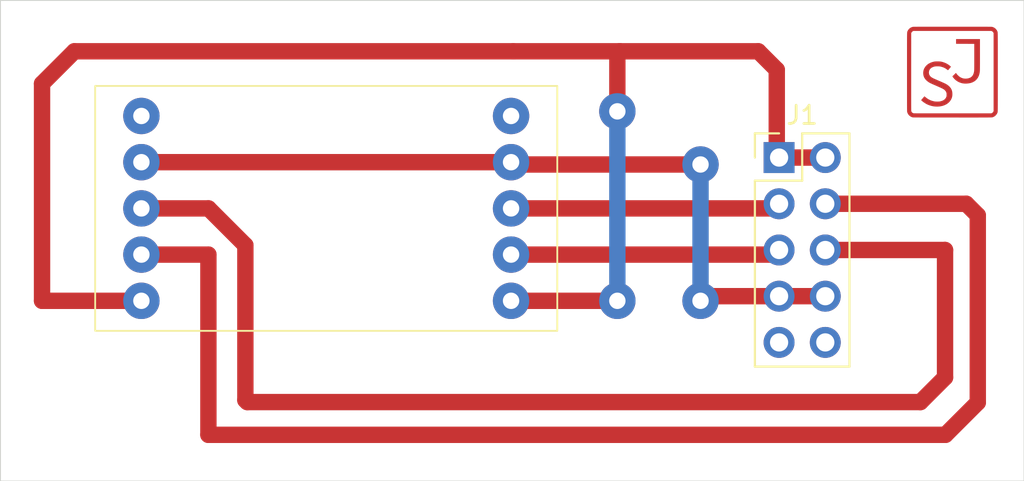
<source format=kicad_pcb>
(kicad_pcb (version 20240108) (generator "pcbnew") (generator_version "8.0")
  (layers (0 "F.Cu" signal) (31 "B.Cu" signal) (34 "B.Paste" user) (35 "F.Paste" user) (36 "B.SilkS" user "B.Silkscreen") (37 "F.SilkS" user "F.Silkscreen") (38 "B.Mask" user) (39 "F.Mask" user) (44 "Edge.Cuts" user))
  (net 0 "")
  (net 1 "VCC")
  (net 2 "GND")
  (net 3 "Net-(J1-Pin_5)")
  (net 4 "Net-(J1-Pin_3)")
  (net 5 "Net-(J1-Pin_6)")
  (net 6 "Net-(J1-Pin_4)")
  (footprint "" (layer "F.Cu") (at 161.036 82.042)
    (property "Reference" "" (at 0 0 0) (layer "F.SilkS") (effects (font (size 1.27 1.27))))
    (property "Value" "")
    (pad "6" thru_hole circle (at 0 0) (size 2 2) (drill 0.9) (layers "*.Cu" "*.Mask") (net 1 "VCC"))
  )
  (footprint "LOGO" (layer "F.Cu") (at 179.451 79.883)
    (property "Reference" "G***" (hide yes))
    (property "Value" "LOGO" (hide yes))
    (fp_poly (pts (xy 1.516589 -0.949297) (xy 1.516589 -0.842929) (xy 1.516585 -0.745287) (xy 1.516567 -0.655952) (xy 1.516527 -0.574499) (xy 1.516455 -0.500507) (xy 1.516343 -0.433555) (xy 1.516181 -0.373218) (xy 1.515961 -0.319077) (xy 1.515674 -0.270707) (xy 1.515311 -0.227687) (xy 1.514863 -0.189595) (xy 1.514322 -0.156009) (xy 1.513677 -0.126506) (xy 1.512921 -0.100664) (xy 1.512044 -0.07806) (xy 1.511038 -0.058274) (xy 1.509894 -0.040882) (xy 1.508602 -0.025462) (xy 1.507154 -0.011592) (xy 1.505541 0.00115) (xy 1.503754 0.013186) (xy 1.501784 0.024939) (xy 1.499622 0.036831) (xy 1.497259 0.049284) (xy 1.495306 0.059474) (xy 1.475662 0.140841) (xy 1.448978 0.216701) (xy 1.415415 0.286852) (xy 1.375135 0.351092) (xy 1.3283 0.409219) (xy 1.275072 0.46103) (xy 1.215612 0.506324) (xy 1.150083 0.544896) (xy 1.083311 0.574763) (xy 1.031947 0.591866) (xy 0.973867 0.606462) (xy 0.911228 0.61827) (xy 0.84619 0.627007) (xy 0.780912 0.632394) (xy 0.717551 0.634146) (xy 0.658267 0.631983) (xy 0.650019 0.631318) (xy 0.562098 0.619325) (xy 0.477292 0.599066) (xy 0.396075 0.570812) (xy 0.318922 0.534834) (xy 0.246307 0.491405) (xy 0.178705 0.440795) (xy 0.116588 0.383276) (xy 0.060433 0.31912) (xy 0.028299 0.275372) (xy 0.000569 0.234886) (xy 0.049465 0.187205) (xy 0.072493 0.164752) (xy 0.098693 0.139208) (xy 0.124786 0.113772) (xy 0.146785 0.092329) (xy 0.195208 0.045134) (xy 0.224292 0.085472) (xy 0.238312 0.103544) (xy 0.256874 0.125517) (xy 0.277879 0.149002) (xy 0.299224 0.171607) (xy 0.306254 0.178735) (xy 0.363805 0.230865) (xy 0.423495 0.274122) (xy 0.485488 0.308566) (xy 0.549949 0.334258) (xy 0.617046 0.351261) (xy 0.686943 0.359634) (xy 0.759805 0.359439) (xy 0.789263 0.357033) (xy 0.847277 0.348918) (xy 0.89901 0.336926) (xy 0.946727 0.320447) (xy 0.978745 0.306018) (xy 1.002028 0.293969) (xy 1.020421 0.282775) (xy 1.036978 0.270235) (xy 1.05475 0.254147) (xy 1.066128 0.24301) (xy 1.097409 0.208514) (xy 1.123352 0.172017) (xy 1.144893 0.131772) (xy 1.162963 0.086033) (xy 1.178496 0.033051) (xy 1.178671 0.032362) (xy 1.181796 0.019973) (xy 1.184644 0.008224) (xy 1.187227 -0.00334) (xy 1.189559 -0.015178) (xy 1.191652 -0.027747) (xy 1.19352 -0.041503) (xy 1.195174 -0.056905) (xy 1.196629 -0.074409) (xy 1.197896 -0.094472) (xy 1.198989 -0.117552) (xy 1.199921 -0.144105) (xy 1.200704 -0.174589) (xy 1.201352 -0.209461) (xy 1.201877 -0.249179) (xy 1.202292 -0.294199) (xy 1.20261 -0.344978) (xy 1.202845 -0.401974) (xy 1.203008 -0.465644) (xy 1.203112 -0.536445) (xy 1.203172 -0.614834) (xy 1.203199 -0.701268) (xy 1.203206 -0.796205) (xy 1.203206 -0.838307) (xy 1.203206 -1.55086) (xy 0.703395 -1.552024) (xy 0.203584 -1.553188) (xy 0.203584 -1.683573) (xy 0.203584 -1.813959) (xy 0.860087 -1.813959) (xy 1.516589 -1.813959)) (fill solid) (layer "F.Cu"))
    (fp_poly (pts (xy -0.767167 -0.587271) (xy -0.724704 -0.585988) (xy -0.687105 -0.583506) (xy -0.652239 -0.57956) (xy -0.617976 -0.573886) (xy -0.582183 -0.566219) (xy -0.542731 -0.556295) (xy -0.524383 -0.551342) (xy -0.438191 -0.523435) (xy -0.354117 -0.487784) (xy -0.2735 -0.445123) (xy -0.197679 -0.396186) (xy -0.12799 -0.341707) (xy -0.10552 -0.321673) (xy -0.076079 -0.294494) (xy -0.157383 -0.195051) (xy -0.181446 -0.165721) (xy -0.200466 -0.142835) (xy -0.215114 -0.12569) (xy -0.226057 -0.113583) (xy -0.233964 -0.10581) (xy -0.239506 -0.101669) (xy -0.24335 -0.100454) (xy -0.246167 -0.101463) (xy -0.246293 -0.10156) (xy -0.253428 -0.107274) (xy -0.265245 -0.116867) (xy -0.27936 -0.128404) (xy -0.281354 -0.13004) (xy -0.349272 -0.179912) (xy -0.422578 -0.222673) (xy -0.50052 -0.257997) (xy -0.582345 -0.285555) (xy -0.667301 -0.305022) (xy -0.693691 -0.309294) (xy -0.727757 -0.313104) (xy -0.767151 -0.315584) (xy -0.809358 -0.316733) (xy -0.851867 -0.316552) (xy -0.892164 -0.31504) (xy -0.927737 -0.312197) (xy -0.949072 -0.309316) (xy -1.013959 -0.294918) (xy -1.072741 -0.274811) (xy -1.125132 -0.249276) (xy -1.170846 -0.218596) (xy -1.209596 -0.183053) (xy -1.241096 -0.142931) (xy -1.26506 -0.09851) (xy -1.281202 -0.050074) (xy -1.289236 0.002096) (xy -1.29013 0.02722) (xy -1.286108 0.078978) (xy -1.273956 0.127226) (xy -1.25354 0.172179) (xy -1.22473 0.214052) (xy -1.187393 0.253061) (xy -1.141396 0.289421) (xy -1.120857 0.303072) (xy -1.091196 0.320412) (xy -1.054255 0.339566) (xy -1.011544 0.359808) (xy -0.964573 0.380412) (xy -0.933285 0.393327) (xy -0.912631 0.40184) (xy -0.885094 0.413477) (xy -0.852131 0.427607) (xy -0.815203 0.443597) (xy -0.775768 0.460817) (xy -0.735287 0.478633) (xy -0.695389 0.496337) (xy -0.656911 0.513454) (xy -0.619417 0.530069) (xy -0.584106 0.545654) (xy -0.552178 0.559682) (xy -0.524831 0.571628) (xy -0.503265 0.580964) (xy -0.488679 0.587164) (xy -0.48723 0.587765) (xy -0.410037 0.622574) (xy -0.338206 0.660934) (xy -0.272675 0.702257) (xy -0.214383 0.745952) (xy -0.166704 0.788986) (xy -0.119754 0.840631) (xy -0.081007 0.893986) (xy -0.050129 0.94989) (xy -0.026786 1.009184) (xy -0.010644 1.072709) (xy -0.001371 1.141306) (xy 0.00138 1.212356) (xy -0.001248 1.278339) (xy -0.009209 1.338724) (xy -0.022994 1.395678) (xy -0.043095 1.45137) (xy -0.06235 1.493091) (xy -0.099923 1.557971) (xy -0.144838 1.61779) (xy -0.196692 1.672359) (xy -0.255084 1.721489) (xy -0.319609 1.76499) (xy -0.389866 1.802675) (xy -0.465451 1.834353) (xy -0.545963 1.859836) (xy -0.630998 1.878935) (xy -0.720153 1.89146) (xy -0.813027 1.897223) (xy -0.909216 1.896035) (xy -0.91956 1.895495) (xy -1.025315 1.885096) (xy -1.129013 1.865944) (xy -1.230168 1.838216) (xy -1.328293 1.802089) (xy -1.422902 1.757738) (xy -1.513506 1.705341) (xy -1.589787 1.652529) (xy -1.611547 1.635765) (xy -1.633893 1.617783) (xy -1.655666 1.599603) (xy -1.675704 1.582246) (xy -1.692848 1.566731) (xy -1.705937 1.554077) (xy -1.71381 1.545306) (xy -1.715598 1.541972) (xy -1.712738 1.53776) (xy -1.704754 1.527736) (xy -1.692543 1.51294) (xy -1.677 1.494415) (xy -1.659021 1.4732) (xy -1.6395 1.450337) (xy -1.619333 1.426868) (xy -1.599417 1.403833) (xy -1.580646 1.382274) (xy -1.563916 1.363232) (xy -1.550122 1.347749) (xy -1.54016 1.336865) (xy -1.534926 1.331622) (xy -1.534409 1.331304) (xy -1.530243 1.334133) (xy -1.520455 1.341918) (xy -1.506325 1.35361) (xy -1.489134 1.368157) (xy -1.480785 1.375317) (xy -1.403849 1.435667) (xy -1.322454 1.488196) (xy -1.237062 1.532688) (xy -1.148135 1.568924) (xy -1.056136 1.596686) (xy -0.976187 1.613404) (xy -0.946937 1.617138) (xy -0.911429 1.619816) (xy -0.871838 1.621437) (xy -0.830338 1.622001) (xy -0.789104 1.621507) (xy -0.750311 1.619957) (xy -0.716133 1.617348) (xy -0.688747 1.613681) (xy -0.687448 1.613443) (xy -0.615883 1.596716) (xy -0.551718 1.574694) (xy -0.494972 1.54739) (xy -0.445664 1.514817) (xy -0.403812 1.476989) (xy -0.369436 1.433921) (xy -0.342555 1.385626) (xy -0.33084 1.356466) (xy -0.326086 1.342457) (xy -0.322672 1.330363) (xy -0.320378 1.318227) (xy -0.318986 1.304094) (xy -0.318276 1.286009) (xy -0.31803 1.262014) (xy -0.318013 1.242093) (xy -0.318104 1.213343) (xy -0.318488 1.191762) (xy -0.319402 1.175367) (xy -0.321087 1.162179) (xy -0.32378 1.150216) (xy -0.327721 1.137497) (xy -0.332128 1.124894) (xy -0.354596 1.075418) (xy -0.385238 1.029947) (xy -0.423931 0.988632) (xy -0.470552 0.951624) (xy -0.478578 0.946218) (xy -0.509149 0.927607) (xy -0.54763 0.906868) (xy -0.594254 0.883887) (xy -0.649254 0.858546) (xy -0.695545 0.838179) (xy -0.721522 0.826894) (xy -0.753963 0.812725) (xy -0.79097 0.796505) (xy -0.830647 0.779067) (xy -0.871095 0.761246) (xy -0.910418 0.743872) (xy -0.921848 0.738812) (xy -0.957773 0.722929) (xy -0.993024 0.7074) (xy -1.026214 0.692833) (xy -1.055952 0.679834) (xy -1.080851 0.669012) (xy -1.099524 0.660975) (xy -1.106492 0.658021) (xy -1.193926 0.617967) (xy -1.27299 0.574711) (xy -1.343637 0.528291) (xy -1.405822 0.478744) (xy -1.459499 0.426108) (xy -1.504623 0.370418) (xy -1.541147 0.311713) (xy -1.547394 0.299658) (xy -1.573258 0.238119) (xy -1.591315 0.173047) (xy -1.601553 0.105698) (xy -1.603962 0.03733) (xy -1.59853 -0.030802) (xy -1.585246 -0.097441) (xy -1.5641 -0.161331) (xy -1.551686 -0.189541) (xy -1.514961 -0.25601) (xy -1.470973 -0.31706) (xy -1.419942 -0.372542) (xy -1.362085 -0.422307) (xy -1.297621 -0.466205) (xy -1.226767 -0.504087) (xy -1.149742 -0.535805) (xy -1.066763 -0.561209) (xy -0.981322 -0.579585) (xy -0.963271 -0.582312) (xy -0.94349 -0.584388) (xy -0.920501 -0.585885) (xy -0.892829 -0.586874) (xy -0.858994 -0.587428) (xy -0.81752 -0.587618) (xy -0.816624 -0.587618)) (fill solid) (layer "F.Cu"))
    (fp_poly (pts (xy 0.171153 -2.493333) (xy 0.331109 -2.493326) (xy 0.482396 -2.493312) (xy 0.625255 -2.493291) (xy 0.759926 -2.493264) (xy 0.88665 -2.493227) (xy 1.005667 -2.493182) (xy 1.117218 -2.493127) (xy 1.221542 -2.493061) (xy 1.318882 -2.492984) (xy 1.409476 -2.492895) (xy 1.493567 -2.492793) (xy 1.571393 -2.492677) (xy 1.643197 -2.492547) (xy 1.709217 -2.492402) (xy 1.769695 -2.49224) (xy 1.824872 -2.492063) (xy 1.874987 -2.491867) (xy 1.920281 -2.491654) (xy 1.960995 -2.491421) (xy 1.997369 -2.491169) (xy 2.029644 -2.490897) (xy 2.058061 -2.490603) (xy 2.082859 -2.490287) (xy 2.104279 -2.489948) (xy 2.122562 -2.489586) (xy 2.137948 -2.4892) (xy 2.150678 -2.488788) (xy 2.160993 -2.488351) (xy 2.169132 -2.487887) (xy 2.175336 -2.487396) (xy 2.179846 -2.486877) (xy 2.182415 -2.486437) (xy 2.238199 -2.470137) (xy 2.290933 -2.445741) (xy 2.339679 -2.414034) (xy 2.383501 -2.375803) (xy 2.421462 -2.331833) (xy 2.452626 -2.28291) (xy 2.470428 -2.244813) (xy 2.472556 -2.239785) (xy 2.474573 -2.235453) (xy 2.47648 -2.231571) (xy 2.478281 -2.22789) (xy 2.479979 -2.224165) (xy 2.481577 -2.220149) (xy 2.483077 -2.215595) (xy 2.484484 -2.210255) (xy 2.4858 -2.203884) (xy 2.487028 -2.196234) (xy 2.48817 -2.187058) (xy 2.489231 -2.176109) (xy 2.490213 -2.163142) (xy 2.491119 -2.147908) (xy 2.491952 -2.130161) (xy 2.492715 -2.109655) (xy 2.493411 -2.086142) (xy 2.494044 -2.059375) (xy 2.494615 -2.029108) (xy 2.495129 -1.995093) (xy 2.495588 -1.957085) (xy 2.495995 -1.914835) (xy 2.496354 -1.868098) (xy 2.496666 -1.816627) (xy 2.496936 -1.760173) (xy 2.497167 -1.698492) (xy 2.49736 -1.631335) (xy 2.49752 -1.558457) (xy 2.49765 -1.479609) (xy 2.497751 -1.394546) (xy 2.497829 -1.30302) (xy 2.497884 -1.204785) (xy 2.497921 -1.099594) (xy 2.497942 -0.9872) (xy 2.497951 -0.867356) (xy 2.497951 -0.739815) (xy 2.497944 -0.60433) (xy 2.497933 -0.460655) (xy 2.497922 -0.308543) (xy 2.497914 -0.147746) (xy 2.497911 0.002288) (xy 2.497914 0.170947) (xy 2.497922 0.330703) (xy 2.497931 0.481803) (xy 2.497939 0.624493) (xy 2.497944 0.75902) (xy 2.497941 0.885631) (xy 2.497929 1.004573) (xy 2.497904 1.116093) (xy 2.497863 1.220436) (xy 2.497804 1.317851) (xy 2.497724 1.408583) (xy 2.497621 1.49288) (xy 2.49749 1.570988) (xy 2.497329 1.643154) (xy 2.497136 1.709624) (xy 2.496908 1.770646) (xy 2.496641 1.826467) (xy 2.496333 1.877332) (xy 2.495981 1.923489) (xy 2.495583 1.965185) (xy 2.495134 2.002666) (xy 2.494634 2.036179) (xy 2.494077 2.06597) (xy 2.493463 2.092287) (xy 2.492787 2.115377) (xy 2.492048 2.135485) (xy 2.491241 2.15286) (xy 2.490365 2.167747) (xy 2.489417 2.180393) (xy 2.488393 2.191045) (xy 2.487291 2.19995) (xy 2.486108 2.207355) (xy 2.484841 2.213506) (xy 2.483487 2.21865) (xy 2.482043 2.223034) (xy 2.480507 2.226904) (xy 2.478876 2.230508) (xy 2.477146 2.234092) (xy 2.475316 2.237903) (xy 2.473381 2.242187) (xy 2.471972 2.245581) (xy 2.451477 2.28962) (xy 2.42647 2.329139) (xy 2.395097 2.366909) (xy 2.38125 2.38125) (xy 2.343422 2.4155) (xy 2.304887 2.442687) (xy 2.262875 2.464664) (xy 2.245581 2.471972) (xy 2.240824 2.473979) (xy 2.236715 2.475881) (xy 2.233005 2.47768) (xy 2.229449 2.479379) (xy 2.225799 2.48098) (xy 2.22181 2.482487) (xy 2.217235 2.483903) (xy 2.211828 2.485229) (xy 2.205341 2.48647) (xy 2.197529 2.487627) (xy 2.188144 2.488704) (xy 2.176941 2.489703) (xy 2.163673 2.490627) (xy 2.148092 2.491479) (xy 2.129954 2.492261) (xy 2.109011 2.492977) (xy 2.085016 2.49363) (xy 2.057723 2.494221) (xy 2.026886 2.494755) (xy 1.992258 2.495233) (xy 1.953593 2.495658) (xy 1.910644 2.496034) (xy 1.863164 2.496363) (xy 1.810907 2.496648) (xy 1.753626 2.496891) (xy 1.691076 2.497096) (xy 1.623009 2.497265) (xy 1.549178 2.497401) (xy 1.469338 2.497507) (xy 1.383242 2.497586) (xy 1.290643 2.497639) (xy 1.191295 2.497672) (xy 1.084951 2.497685) (xy 0.971365 2.497682) (xy 0.85029 2.497665) (xy 0.721479 2.497638) (xy 0.584687 2.497603) (xy 0.439666 2.497564) (xy 0.28617 2.497522) (xy 0.123953 2.49748) (xy -0.001443 2.497451) (xy -0.172246 2.497412) (xy -0.334129 2.497367) (xy -0.487321 2.497316) (xy -0.632053 2.497259) (xy -0.768555 2.497195) (xy -0.897056 2.497122) (xy -1.017785 2.497041) (xy -1.130973 2.496951) (xy -1.23685 2.49685) (xy -1.335645 2.496739) (xy -1.427588 2.496616) (xy -1.512909 2.496481) (xy -1.591837 2.496334) (xy -1.664603 2.496172) (xy -1.731437 2.495996) (xy -1.792567 2.495806) (xy -1.848224 2.495599) (xy -1.898637 2.495376) (xy -1.944037 2.495136) (xy -1.984654 2.494877) (xy -2.020716 2.494601) (xy -2.052454 2.494305) (xy -2.080098 2.493989) (xy -2.103876 2.493652) (xy -2.124021 2.493293) (xy -2.14076 2.492913) (xy -2.154323 2.49251) (xy -2.164942 2.492083) (xy -2.172844 2.491632) (xy -2.178261 2.491156) (xy -2.181173 2.490711) (xy -2.236721 2.473973) (xy -2.288901 2.449248) (xy -2.33693 2.417326) (xy -2.380027 2.378995) (xy -2.41741 2.335046) (xy -2.448297 2.286268) (xy -2.471908 2.23345) (xy -2.486437 2.182415) (xy -2.486979 2.179096) (xy -2.487493 2.174278) (xy -2.487979 2.167719) (xy -2.488437 2.159179) (xy -2.48887 2.148417) (xy -2.489276 2.135193) (xy -2.489658 2.119266) (xy -2.490015 2.100397) (xy -2.49035 2.078343) (xy -2.490661 2.052866) (xy -2.490951 2.023724) (xy -2.49122 1.990676) (xy -2.491468 1.953483) (xy -2.491696 1.911904) (xy -2.491906 1.865698) (xy -2.492098 1.814625) (xy -2.492273 1.758444) (xy -2.492431 1.696915) (xy -2.492573 1.629797) (xy -2.4927 1.55685) (xy -2.492813 1.477834) (xy -2.492913 1.392507) (xy -2.493 1.300629) (xy -2.493075 1.20196) (xy -2.493078 1.197453) (xy -2.263938 1.197453) (xy -2.263925 1.293283) (xy -2.263898 1.382416) (xy -2.263854 1.465097) (xy -2.263794 1.541571) (xy -2.263716 1.612084) (xy -2.263621 1.676881) (xy -2.263506 1.736207) (xy -2.263372 1.790307) (xy -2.263218 1.839427) (xy -2.263043 1.883812) (xy -2.262845 1.923707) (xy -2.262626 1.959358) (xy -2.262383 1.991009) (xy -2.262116 2.018906) (xy -2.261825 2.043294) (xy -2.261508 2.064419) (xy -2.261165 2.082526) (xy -2.260795 2.09786) (xy -2.260398 2.110666) (xy -2.259972 2.121189) (xy -2.259518 2.129675) (xy -2.259033 2.13637) (xy -2.258518 2.141518) (xy -2.257972 2.145364) (xy -2.257394 2.148154) (xy -2.257076 2.149282) (xy -2.241618 2.183759) (xy -2.21871 2.214199) (xy -2.189642 2.239278) (xy -2.155705 2.257667) (xy -2.149311 2.260117) (xy -2.147278 2.260799) (xy -2.144906 2.261445) (xy -2.141948 2.262055) (xy -2.138157 2.26263) (xy -2.133286 2.263171) (xy -2.127086 2.263678) (xy -2.119311 2.264154) (xy -2.109713 2.264598) (xy -2.098046 2.265012) (xy -2.084062 2.265396) (xy -2.067513 2.265752) (xy -2.048153 2.26608) (xy -2.025733 2.26638) (xy -2.000008 2.266655) (xy -1.970729 2.266905) (xy -1.937649 2.26713) (xy -1.900521 2.267332) (xy -1.859097 2.267512) (xy -1.813131 2.26767) (xy -1.762375 2.267807) (xy -1.706582 2.267925) (xy -1.645504 2.268024) (xy -1.578894 2.268104) (xy -1.506506 2.268168) (xy -1.428091 2.268215) (xy -1.343402 2.268247) (xy -1.252192 2.268264) (xy -1.154214 2.268268) (xy -1.04922 2.268259) (xy -0.936964 2.268238) (xy -0.817197 2.268206) (xy -0.689673 2.268164) (xy -0.554145 2.268114) (xy -0.410364 2.268054) (xy -0.258084 2.267988) (xy -0.097058 2.267915) (xy 0.00915 2.267866) (xy 2.143354 2.266877) (xy 2.170704 2.25347) (xy 2.203181 2.232703) (xy 2.231074 2.205184) (xy 2.252349 2.172946) (xy 2.25347 2.170704) (xy 2.266877 2.143354) (xy 2.266877 0.002288) (xy 2.266877 -2.138779) (xy 2.25347 -2.166128) (xy 2.232703 -2.198606) (xy 2.205184 -2.226499) (xy 2.172946 -2.247774) (xy 2.170704 -2.248895) (xy 2.143354 -2.262302) (xy 0.002288 -2.262302) (xy -2.138779 -2.262302) (xy -2.166128 -2.248895) (xy -2.198606 -2.228128) (xy -2.226499 -2.200609) (xy -2.247774 -2.168371) (xy -2.248895 -2.166128) (xy -2.262302 -2.138779) (xy -2.263487 -0.006862) (xy -2.263578 0.16028) (xy -2.263661 0.318517) (xy -2.263735 0.468095) (xy -2.263798 0.609259) (xy -2.26385 0.742254) (xy -2.263891 0.867326) (xy -2.26392 0.98472) (xy -2.263936 1.09468) (xy -2.263938 1.197453) (xy -2.493078 1.197453) (xy -2.493138 1.09626) (xy -2.493191 0.983287) (xy -2.493235 0.862801) (xy -2.49327 0.734563) (xy -2.493296 0.59833) (xy -2.493315 0.453863) (xy -2.493327 0.300922) (xy -2.493334 0.139265) (xy -2.493336 0.002288) (xy -2.493339 -0.166415) (xy -2.493348 -0.326215) (xy -2.493359 -0.477359) (xy -2.493369 -0.620093) (xy -2.493376 -0.754665) (xy -2.493376 -0.881321) (xy -2.493366 -1.000308) (xy -2.493342 -1.111874) (xy -2.493304 -1.216264) (xy -2.493246 -1.313727) (xy -2.493166 -1.404507) (xy -2.493061 -1.488854) (xy -2.492929 -1.567012) (xy -2.492765 -1.63923) (xy -2.492567 -1.705753) (xy -2.492333 -1.76683) (xy -2.492058 -1.822706) (xy -2.49174 -1.873629) (xy -2.491376 -1.919845) (xy -2.490963 -1.961601) (xy -2.490498 -1.999145) (xy -2.489978 -2.032722) (xy -2.4894 -2.06258) (xy -2.48876 -2.088965) (xy -2.488057 -2.112126) (xy -2.487286 -2.132307) (xy -2.486445 -2.149756) (xy -2.48553 -2.164721) (xy -2.48454 -2.177447) (xy -2.48347 -2.188182) (xy -2.482317 -2.197173) (xy -2.48108 -2.204666) (xy -2.479754 -2.210908) (xy -2.478337 -2.216146) (xy -2.476825 -2.220627) (xy -2.475216 -2.224598) (xy -2.473507 -2.228305) (xy -2.471694 -2.231996) (xy -2.469774 -2.235917) (xy -2.467746 -2.240315) (xy -2.465853 -2.244813) (xy -2.440199 -2.296834) (xy -2.40707 -2.344471) (xy -2.367401 -2.386939) (xy -2.322129 -2.423451) (xy -2.272191 -2.453223) (xy -2.218524 -2.475467) (xy -2.177839 -2.486437) (xy -2.174521 -2.486979) (xy -2.169703 -2.487493) (xy -2.163144 -2.487979) (xy -2.154604 -2.488437) (xy -2.143842 -2.48887) (xy -2.130618 -2.489276) (xy -2.114691 -2.489658) (xy -2.095821 -2.490015) (xy -2.073768 -2.49035) (xy -2.048291 -2.490661) (xy -2.019148 -2.490951) (xy -1.986101 -2.49122) (xy -1.948908 -2.491468) (xy -1.907329 -2.491696) (xy -1.861123 -2.491906) (xy -1.810049 -2.492098) (xy -1.753869 -2.492273) (xy -1.69234 -2.492431) (xy -1.625222 -2.492573) (xy -1.552275 -2.4927) (xy -1.473258 -2.492813) (xy -1.387931 -2.492913) (xy -1.296054 -2.493) (xy -1.197385 -2.493075) (xy -1.091685 -2.493138) (xy -0.978712 -2.493191) (xy -0.858226 -2.493235) (xy -0.729987 -2.49327) (xy -0.593755 -2.493296) (xy -0.449288 -2.493315) (xy -0.296347 -2.493327) (xy -0.13469 -2.493334) (xy 0.002288 -2.493336)) (fill solid) (layer "F.Cu"))
  )
  (footprint "usbAdapter:usbDouble" (layer "F.Cu") (at 145.034 89.916)
    (property "Reference" "J2" (hide yes))
    (property "Value" "USB_A" (hide yes))
    (fp_rect (start -12.7 -9.271) (end 12.7 4.191) (stroke (width 0.1)) (fill none) (layer "F.SilkS"))
    (pad "1" thru_hole circle (at -10.16 2.54) (size 2 2) (drill 0.9) (layers "*.Cu" "*.Mask") (net 1 "VCC"))
    (pad "2" thru_hole circle (at -10.16 0) (size 2 2) (drill 0.9) (layers "*.Cu" "*.Mask") (net 6 "Net-(J1-Pin_4)"))
    (pad "3" thru_hole circle (at -10.16 -2.54) (size 2 2) (drill 0.9) (layers "*.Cu" "*.Mask") (net 5 "Net-(J1-Pin_6)"))
    (pad "4" thru_hole circle (at -10.16 -5.08) (size 2 2) (drill 0.9) (layers "*.Cu" "*.Mask") (net 2 "GND"))
    (pad "5" thru_hole circle (at -10.16 -7.62) (size 2 2) (drill 0.9) (layers "*.Cu" "*.Mask"))
    (pad "6" thru_hole circle (at 10.16 2.54) (size 2 2) (drill 0.9) (layers "*.Cu" "*.Mask") (net 1 "VCC"))
    (pad "7" thru_hole circle (at 10.16 0) (size 2 2) (drill 0.9) (layers "*.Cu" "*.Mask") (net 3 "Net-(J1-Pin_5)"))
    (pad "8" thru_hole circle (at 10.16 -2.54) (size 2 2) (drill 0.9) (layers "*.Cu" "*.Mask") (net 4 "Net-(J1-Pin_3)"))
    (pad "9" thru_hole circle (at 10.16 -5.08) (size 2 2) (drill 0.9) (layers "*.Cu" "*.Mask") (net 2 "GND"))
    (pad "10" thru_hole circle (at 10.16 -7.62) (size 2 2) (drill 0.9) (layers "*.Cu" "*.Mask"))
  )
  (footprint "Connector_PinHeader_2.54mm:PinHeader_2x05_P2.54mm_Vertical" (layer "F.Cu") (at 169.926 84.582)
    (property "Reference" "J1" (at 1.27 -2.33 0) (layer "F.SilkS"))
    (property "Value" "Conn_02x05_Odd_Even")
    (fp_line (start -1.33 -1.33) (end 0 -1.33) (stroke (width 0.12)) (layer "F.SilkS"))
    (fp_line (start -1.33 0) (end -1.33 -1.33) (stroke (width 0.12)) (layer "F.SilkS"))
    (fp_line (start -1.33 1.27) (end -1.33 11.49) (stroke (width 0.12)) (layer "F.SilkS"))
    (fp_line (start -1.33 1.27) (end 1.27 1.27) (stroke (width 0.12)) (layer "F.SilkS"))
    (fp_line (start -1.33 11.49) (end 3.87 11.49) (stroke (width 0.12)) (layer "F.SilkS"))
    (fp_line (start 1.27 -1.33) (end 3.87 -1.33) (stroke (width 0.12)) (layer "F.SilkS"))
    (fp_line (start 1.27 1.27) (end 1.27 -1.33) (stroke (width 0.12)) (layer "F.SilkS"))
    (fp_line (start 3.87 -1.33) (end 3.87 11.49) (stroke (width 0.12)) (layer "F.SilkS"))
    (pad "1" thru_hole rect (at 0 0) (size 1.7 1.7) (drill 1) (layers "*.Cu" "*.Mask") (net 1 "VCC"))
    (pad "2" thru_hole oval (at 2.54 0) (size 1.7 1.7) (drill 1) (layers "*.Cu" "*.Mask") (net 1 "VCC"))
    (pad "3" thru_hole oval (at 0 2.54) (size 1.7 1.7) (drill 1) (layers "*.Cu" "*.Mask") (net 4 "Net-(J1-Pin_3)"))
    (pad "4" thru_hole oval (at 2.54 2.54) (size 1.7 1.7) (drill 1) (layers "*.Cu" "*.Mask") (net 6 "Net-(J1-Pin_4)"))
    (pad "5" thru_hole oval (at 0 5.08) (size 1.7 1.7) (drill 1) (layers "*.Cu" "*.Mask") (net 3 "Net-(J1-Pin_5)"))
    (pad "6" thru_hole oval (at 2.54 5.08) (size 1.7 1.7) (drill 1) (layers "*.Cu" "*.Mask") (net 5 "Net-(J1-Pin_6)"))
    (pad "7" thru_hole oval (at 0 7.62) (size 1.7 1.7) (drill 1) (layers "*.Cu" "*.Mask") (net 2 "GND"))
    (pad "8" thru_hole oval (at 2.54 7.62) (size 1.7 1.7) (drill 1) (layers "*.Cu" "*.Mask") (net 2 "GND"))
    (pad "9" thru_hole oval (at 0 10.16) (size 1.7 1.7) (drill 1) (layers "*.Cu" "*.Mask"))
    (pad "10" thru_hole oval (at 2.54 10.16) (size 1.7 1.7) (drill 1) (layers "*.Cu" "*.Mask"))
  )
  (footprint "" (layer "F.Cu") (at 161.036 92.456)
    (property "Reference" "" (at 0 0 0) (layer "F.SilkS") (effects (font (size 1.27 1.27))))
    (property "Value" "")
    (pad "6" thru_hole circle (at 0 0) (size 2 2) (drill 0.9) (layers "*.Cu" "*.Mask") (net 1 "VCC"))
  )
  (footprint "" (layer "F.Cu") (at 165.608 92.456)
    (property "Reference" "" (at 0 0 0) (layer "F.SilkS") (effects (font (size 1.27 1.27))))
    (property "Value" "")
    (pad "9" thru_hole circle (at 0 0) (size 2 2) (drill 0.9) (layers "*.Cu" "*.Mask") (net 2 "GND"))
  )
  (footprint "" (layer "F.Cu") (at 165.608 84.963)
    (property "Reference" "" (at 0 0 0) (layer "F.SilkS") (effects (font (size 1.27 1.27))))
    (property "Value" "")
    (pad "9" thru_hole circle (at 0 0) (size 2 2) (drill 0.9) (layers "*.Cu" "*.Mask") (net 2 "GND"))
  )
  (gr_rect (start 127.127 75.946) (end 183.388 102.362) (stroke (width 0.05)) (fill none) (layer "Edge.Cuts"))
  (segment (start 155.321 78.74) (end 131.191 78.74) (width 0.9) (layer "F.Cu") (net 1))
  (segment (start 161.036 82.042) (end 161.036 78.867) (width 0.9) (layer "F.Cu") (net 1))
  (segment (start 135.001 92.456) (end 129.413 92.456) (width 0.9) (layer "F.Cu") (net 1))
  (segment (start 129.413 80.518) (end 131.191 78.74) (width 0.9) (layer "F.Cu") (net 1))
  (segment (start 169.799 84.582) (end 169.799 79.756) (width 0.9) (layer "F.Cu") (net 1))
  (segment (start 161.036 78.867) (end 161.163 78.74) (width 0.9) (layer "F.Cu") (net 1))
  (segment (start 129.413 92.456) (end 129.413 80.518) (width 0.9) (layer "F.Cu") (net 1))
  (segment (start 169.799 79.756) (end 168.783 78.74) (width 0.9) (layer "F.Cu") (net 1))
  (segment (start 172.339 84.582) (end 169.799 84.582) (width 0.9) (layer "F.Cu") (net 1))
  (segment (start 168.783 78.74) (end 161.163 78.74) (width 0.9) (layer "F.Cu") (net 1))
  (segment (start 161.163 78.74) (end 155.321 78.74) (width 0.9) (layer "F.Cu") (net 1))
  (segment (start 155.194 92.456) (end 161.036 92.456) (width 0.9) (layer "F.Cu") (net 1))
  (segment (start 161.036 92.456) (end 161.036 82.042) (width 0.9) (layer "B.Cu") (net 1))
  (segment (start 169.799 92.202) (end 165.862 92.202) (width 0.9) (layer "F.Cu") (net 2))
  (segment (start 169.799 92.202) (end 172.339 92.202) (width 0.9) (layer "F.Cu") (net 2))
  (segment (start 134.874 84.836) (end 155.194 84.836) (width 0.9) (layer "F.Cu") (net 2))
  (segment (start 165.862 92.202) (end 165.608 92.456) (width 0.9) (layer "F.Cu") (net 2))
  (segment (start 165.608 84.963) (end 155.321 84.963) (width 0.9) (layer "F.Cu") (net 2))
  (segment (start 155.321 84.963) (end 155.194 84.836) (width 0.9) (layer "F.Cu") (net 2))
  (segment (start 165.608 84.963) (end 165.608 92.456) (width 0.9) (layer "B.Cu") (net 2))
  (segment (start 169.545 89.916) (end 155.194 89.916) (width 0.9) (layer "F.Cu") (net 3))
  (segment (start 169.799 89.662) (end 169.545 89.916) (width 0.9) (layer "F.Cu") (net 3))
  (segment (start 169.799 87.122) (end 169.545 87.376) (width 0.9) (layer "F.Cu") (net 4))
  (segment (start 169.545 87.376) (end 155.194 87.376) (width 0.9) (layer "F.Cu") (net 4))
  (segment (start 138.562584 87.376) (end 135.001 87.376) (width 0.9) (layer "F.Cu") (net 5))
  (segment (start 177.695 98.022) (end 140.694 98.022) (width 0.9) (layer "F.Cu") (net 5))
  (segment (start 179.048 89.662) (end 179.048 96.669) (width 0.9) (layer "F.Cu") (net 5))
  (segment (start 179.048 96.669) (end 177.695 98.022) (width 0.9) (layer "F.Cu") (net 5))
  (segment (start 172.339 89.662) (end 179.048 89.662) (width 0.9) (layer "F.Cu") (net 5))
  (segment (start 140.589 89.402416) (end 138.562584 87.376) (width 0.9) (layer "F.Cu") (net 5))
  (segment (start 140.694 98.022) (end 140.589 97.917) (width 0.9) (layer "F.Cu") (net 5))
  (segment (start 140.589 97.917) (end 140.589 89.402416) (width 0.9) (layer "F.Cu") (net 5))
  (segment (start 180.848 87.757) (end 180.848 98.044) (width 0.9) (layer "F.Cu") (net 6))
  (segment (start 179.07 99.822) (end 138.557 99.822) (width 0.9) (layer "F.Cu") (net 6))
  (segment (start 172.339 87.122) (end 180.213 87.122) (width 0.9) (layer "F.Cu") (net 6))
  (segment (start 138.557 89.916) (end 135.001 89.916) (width 0.9) (layer "F.Cu") (net 6))
  (segment (start 138.557 99.822) (end 138.557 89.916) (width 0.9) (layer "F.Cu") (net 6))
  (segment (start 180.848 98.044) (end 179.07 99.822) (width 0.9) (layer "F.Cu") (net 6))
  (segment (start 180.213 87.122) (end 180.848 87.757) (width 0.9) (layer "F.Cu") (net 6))
)
</source>
